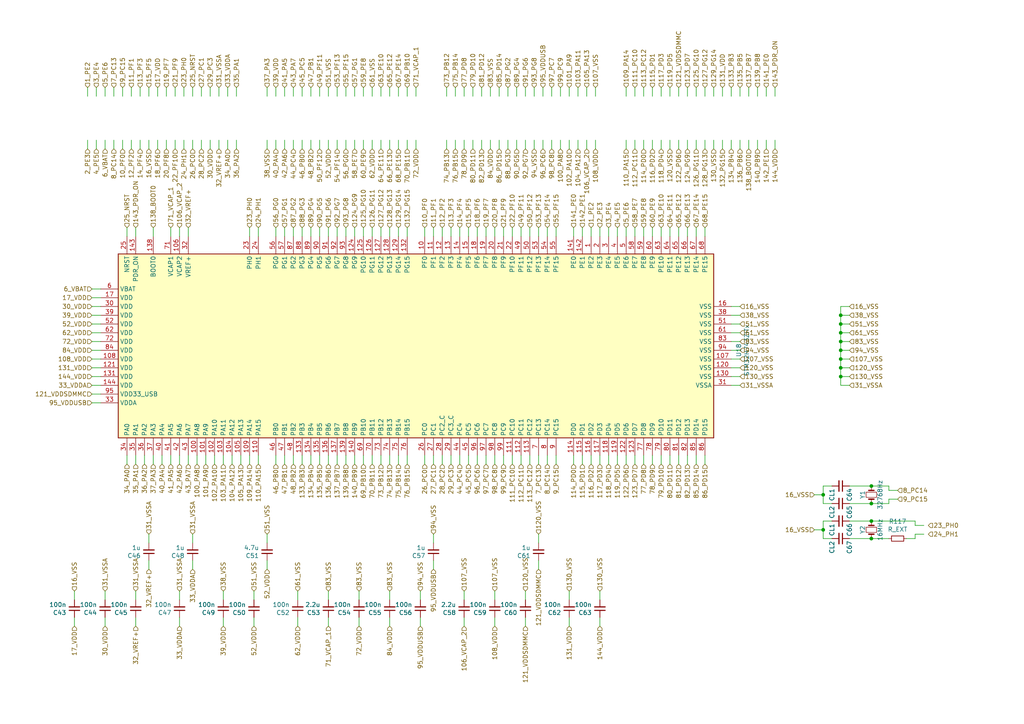
<source format=kicad_sch>
(kicad_sch (version 20210621) (generator eeschema)
  (paper "A4")
  (junction (at 238.76 143.51) (diameter 0.9144))
  (junction (at 238.76 153.67) (diameter 0.9144))
  (junction (at 243.84 91.44) (diameter 0.9144))
  (junction (at 243.84 93.98) (diameter 0.9144))
  (junction (at 243.84 96.52) (diameter 0.9144))
  (junction (at 243.84 99.06) (diameter 0.9144))
  (junction (at 243.84 101.6) (diameter 0.9144))
  (junction (at 243.84 104.14) (diameter 0.9144))
  (junction (at 243.84 106.68) (diameter 0.9144))
  (junction (at 243.84 109.22) (diameter 0.9144))
  (junction (at 252.73 140.97) (diameter 0.9144))
  (junction (at 252.73 146.05) (diameter 0.9144))
  (junction (at 252.73 151.13) (diameter 0.9144))
  (junction (at 252.73 156.21) (diameter 0.9144))
  (wire (pts (xy 21.59 173.99) (xy 21.59 171.45)))
  (wire (pts (xy 21.59 181.61) (xy 21.59 179.07)))
  (wire (pts (xy 25.4 25.4) (xy 25.4 27.94)))
  (wire (pts (xy 25.4 43.18) (xy 25.4 40.64)))
  (wire (pts (xy 26.67 83.82) (xy 29.21 83.82)))
  (wire (pts (xy 26.67 86.36) (xy 29.21 86.36)))
  (wire (pts (xy 26.67 88.9) (xy 29.21 88.9)))
  (wire (pts (xy 26.67 91.44) (xy 29.21 91.44)))
  (wire (pts (xy 26.67 93.98) (xy 29.21 93.98)))
  (wire (pts (xy 26.67 96.52) (xy 29.21 96.52)))
  (wire (pts (xy 26.67 99.06) (xy 29.21 99.06)))
  (wire (pts (xy 26.67 101.6) (xy 29.21 101.6)))
  (wire (pts (xy 26.67 104.14) (xy 29.21 104.14)))
  (wire (pts (xy 26.67 106.68) (xy 29.21 106.68)))
  (wire (pts (xy 26.67 109.22) (xy 29.21 109.22)))
  (wire (pts (xy 26.67 111.76) (xy 29.21 111.76)))
  (wire (pts (xy 26.67 114.3) (xy 29.21 114.3)))
  (wire (pts (xy 26.67 116.84) (xy 29.21 116.84)))
  (wire (pts (xy 27.94 25.4) (xy 27.94 27.94)))
  (wire (pts (xy 27.94 43.18) (xy 27.94 40.64)))
  (wire (pts (xy 30.48 25.4) (xy 30.48 27.94)))
  (wire (pts (xy 30.48 43.18) (xy 30.48 40.64)))
  (wire (pts (xy 30.48 173.99) (xy 30.48 171.45)))
  (wire (pts (xy 30.48 181.61) (xy 30.48 179.07)))
  (wire (pts (xy 33.02 25.4) (xy 33.02 27.94)))
  (wire (pts (xy 33.02 43.18) (xy 33.02 40.64)))
  (wire (pts (xy 35.56 25.4) (xy 35.56 27.94)))
  (wire (pts (xy 35.56 43.18) (xy 35.56 40.64)))
  (wire (pts (xy 36.83 66.04) (xy 36.83 68.58)))
  (wire (pts (xy 36.83 134.62) (xy 36.83 132.08)))
  (wire (pts (xy 38.1 25.4) (xy 38.1 27.94)))
  (wire (pts (xy 38.1 43.18) (xy 38.1 40.64)))
  (wire (pts (xy 39.37 66.04) (xy 39.37 68.58)))
  (wire (pts (xy 39.37 134.62) (xy 39.37 132.08)))
  (wire (pts (xy 39.37 173.99) (xy 39.37 171.45)))
  (wire (pts (xy 39.37 181.61) (xy 39.37 179.07)))
  (wire (pts (xy 40.64 25.4) (xy 40.64 27.94)))
  (wire (pts (xy 40.64 43.18) (xy 40.64 40.64)))
  (wire (pts (xy 41.91 134.62) (xy 41.91 132.08)))
  (wire (pts (xy 43.18 25.4) (xy 43.18 27.94)))
  (wire (pts (xy 43.18 43.18) (xy 43.18 40.64)))
  (wire (pts (xy 43.18 157.48) (xy 43.18 154.94)))
  (wire (pts (xy 43.18 165.1) (xy 43.18 162.56)))
  (wire (pts (xy 44.45 66.04) (xy 44.45 68.58)))
  (wire (pts (xy 44.45 134.62) (xy 44.45 132.08)))
  (wire (pts (xy 45.72 25.4) (xy 45.72 27.94)))
  (wire (pts (xy 45.72 43.18) (xy 45.72 40.64)))
  (wire (pts (xy 46.99 134.62) (xy 46.99 132.08)))
  (wire (pts (xy 48.26 25.4) (xy 48.26 27.94)))
  (wire (pts (xy 48.26 43.18) (xy 48.26 40.64)))
  (wire (pts (xy 49.53 66.04) (xy 49.53 68.58)))
  (wire (pts (xy 49.53 134.62) (xy 49.53 132.08)))
  (wire (pts (xy 50.8 25.4) (xy 50.8 27.94)))
  (wire (pts (xy 50.8 43.18) (xy 50.8 40.64)))
  (wire (pts (xy 52.07 66.04) (xy 52.07 68.58)))
  (wire (pts (xy 52.07 134.62) (xy 52.07 132.08)))
  (wire (pts (xy 52.07 173.99) (xy 52.07 171.45)))
  (wire (pts (xy 52.07 181.61) (xy 52.07 179.07)))
  (wire (pts (xy 53.34 25.4) (xy 53.34 27.94)))
  (wire (pts (xy 53.34 43.18) (xy 53.34 40.64)))
  (wire (pts (xy 54.61 66.04) (xy 54.61 68.58)))
  (wire (pts (xy 54.61 134.62) (xy 54.61 132.08)))
  (wire (pts (xy 55.88 25.4) (xy 55.88 27.94)))
  (wire (pts (xy 55.88 43.18) (xy 55.88 40.64)))
  (wire (pts (xy 55.88 157.48) (xy 55.88 154.94)))
  (wire (pts (xy 55.88 165.1) (xy 55.88 162.56)))
  (wire (pts (xy 57.15 134.62) (xy 57.15 132.08)))
  (wire (pts (xy 58.42 25.4) (xy 58.42 27.94)))
  (wire (pts (xy 58.42 43.18) (xy 58.42 40.64)))
  (wire (pts (xy 59.69 134.62) (xy 59.69 132.08)))
  (wire (pts (xy 60.96 25.4) (xy 60.96 27.94)))
  (wire (pts (xy 60.96 43.18) (xy 60.96 40.64)))
  (wire (pts (xy 62.23 134.62) (xy 62.23 132.08)))
  (wire (pts (xy 63.5 25.4) (xy 63.5 27.94)))
  (wire (pts (xy 63.5 43.18) (xy 63.5 40.64)))
  (wire (pts (xy 64.77 134.62) (xy 64.77 132.08)))
  (wire (pts (xy 64.77 173.99) (xy 64.77 171.45)))
  (wire (pts (xy 64.77 181.61) (xy 64.77 179.07)))
  (wire (pts (xy 66.04 25.4) (xy 66.04 27.94)))
  (wire (pts (xy 66.04 43.18) (xy 66.04 40.64)))
  (wire (pts (xy 67.31 134.62) (xy 67.31 132.08)))
  (wire (pts (xy 68.58 25.4) (xy 68.58 27.94)))
  (wire (pts (xy 68.58 43.18) (xy 68.58 40.64)))
  (wire (pts (xy 69.85 134.62) (xy 69.85 132.08)))
  (wire (pts (xy 72.39 66.04) (xy 72.39 68.58)))
  (wire (pts (xy 72.39 134.62) (xy 72.39 132.08)))
  (wire (pts (xy 73.66 173.99) (xy 73.66 171.45)))
  (wire (pts (xy 73.66 181.61) (xy 73.66 179.07)))
  (wire (pts (xy 74.93 66.04) (xy 74.93 68.58)))
  (wire (pts (xy 74.93 134.62) (xy 74.93 132.08)))
  (wire (pts (xy 77.47 25.4) (xy 77.47 27.94)))
  (wire (pts (xy 77.47 43.18) (xy 77.47 40.64)))
  (wire (pts (xy 77.47 157.48) (xy 77.47 154.94)))
  (wire (pts (xy 77.47 165.1) (xy 77.47 162.56)))
  (wire (pts (xy 80.01 25.4) (xy 80.01 27.94)))
  (wire (pts (xy 80.01 43.18) (xy 80.01 40.64)))
  (wire (pts (xy 80.01 66.04) (xy 80.01 68.58)))
  (wire (pts (xy 80.01 134.62) (xy 80.01 132.08)))
  (wire (pts (xy 82.55 25.4) (xy 82.55 27.94)))
  (wire (pts (xy 82.55 43.18) (xy 82.55 40.64)))
  (wire (pts (xy 82.55 66.04) (xy 82.55 68.58)))
  (wire (pts (xy 82.55 134.62) (xy 82.55 132.08)))
  (wire (pts (xy 85.09 25.4) (xy 85.09 27.94)))
  (wire (pts (xy 85.09 43.18) (xy 85.09 40.64)))
  (wire (pts (xy 85.09 66.04) (xy 85.09 68.58)))
  (wire (pts (xy 85.09 134.62) (xy 85.09 132.08)))
  (wire (pts (xy 86.36 173.99) (xy 86.36 171.45)))
  (wire (pts (xy 86.36 181.61) (xy 86.36 179.07)))
  (wire (pts (xy 87.63 25.4) (xy 87.63 27.94)))
  (wire (pts (xy 87.63 43.18) (xy 87.63 40.64)))
  (wire (pts (xy 87.63 66.04) (xy 87.63 68.58)))
  (wire (pts (xy 87.63 134.62) (xy 87.63 132.08)))
  (wire (pts (xy 90.17 25.4) (xy 90.17 27.94)))
  (wire (pts (xy 90.17 43.18) (xy 90.17 40.64)))
  (wire (pts (xy 90.17 66.04) (xy 90.17 68.58)))
  (wire (pts (xy 90.17 134.62) (xy 90.17 132.08)))
  (wire (pts (xy 92.71 25.4) (xy 92.71 27.94)))
  (wire (pts (xy 92.71 43.18) (xy 92.71 40.64)))
  (wire (pts (xy 92.71 66.04) (xy 92.71 68.58)))
  (wire (pts (xy 92.71 134.62) (xy 92.71 132.08)))
  (wire (pts (xy 95.25 25.4) (xy 95.25 27.94)))
  (wire (pts (xy 95.25 43.18) (xy 95.25 40.64)))
  (wire (pts (xy 95.25 66.04) (xy 95.25 68.58)))
  (wire (pts (xy 95.25 134.62) (xy 95.25 132.08)))
  (wire (pts (xy 95.25 173.99) (xy 95.25 171.45)))
  (wire (pts (xy 95.25 181.61) (xy 95.25 179.07)))
  (wire (pts (xy 97.79 25.4) (xy 97.79 27.94)))
  (wire (pts (xy 97.79 43.18) (xy 97.79 40.64)))
  (wire (pts (xy 97.79 66.04) (xy 97.79 68.58)))
  (wire (pts (xy 97.79 134.62) (xy 97.79 132.08)))
  (wire (pts (xy 100.33 25.4) (xy 100.33 27.94)))
  (wire (pts (xy 100.33 43.18) (xy 100.33 40.64)))
  (wire (pts (xy 100.33 66.04) (xy 100.33 68.58)))
  (wire (pts (xy 100.33 134.62) (xy 100.33 132.08)))
  (wire (pts (xy 102.87 25.4) (xy 102.87 27.94)))
  (wire (pts (xy 102.87 43.18) (xy 102.87 40.64)))
  (wire (pts (xy 102.87 66.04) (xy 102.87 68.58)))
  (wire (pts (xy 102.87 134.62) (xy 102.87 132.08)))
  (wire (pts (xy 104.14 173.99) (xy 104.14 171.45)))
  (wire (pts (xy 104.14 181.61) (xy 104.14 179.07)))
  (wire (pts (xy 105.41 25.4) (xy 105.41 27.94)))
  (wire (pts (xy 105.41 43.18) (xy 105.41 40.64)))
  (wire (pts (xy 105.41 66.04) (xy 105.41 68.58)))
  (wire (pts (xy 105.41 134.62) (xy 105.41 132.08)))
  (wire (pts (xy 107.95 25.4) (xy 107.95 27.94)))
  (wire (pts (xy 107.95 43.18) (xy 107.95 40.64)))
  (wire (pts (xy 107.95 66.04) (xy 107.95 68.58)))
  (wire (pts (xy 107.95 134.62) (xy 107.95 132.08)))
  (wire (pts (xy 110.49 25.4) (xy 110.49 27.94)))
  (wire (pts (xy 110.49 43.18) (xy 110.49 40.64)))
  (wire (pts (xy 110.49 66.04) (xy 110.49 68.58)))
  (wire (pts (xy 110.49 134.62) (xy 110.49 132.08)))
  (wire (pts (xy 113.03 25.4) (xy 113.03 27.94)))
  (wire (pts (xy 113.03 43.18) (xy 113.03 40.64)))
  (wire (pts (xy 113.03 66.04) (xy 113.03 68.58)))
  (wire (pts (xy 113.03 134.62) (xy 113.03 132.08)))
  (wire (pts (xy 113.03 173.99) (xy 113.03 171.45)))
  (wire (pts (xy 113.03 181.61) (xy 113.03 179.07)))
  (wire (pts (xy 115.57 25.4) (xy 115.57 27.94)))
  (wire (pts (xy 115.57 43.18) (xy 115.57 40.64)))
  (wire (pts (xy 115.57 66.04) (xy 115.57 68.58)))
  (wire (pts (xy 115.57 134.62) (xy 115.57 132.08)))
  (wire (pts (xy 118.11 25.4) (xy 118.11 27.94)))
  (wire (pts (xy 118.11 43.18) (xy 118.11 40.64)))
  (wire (pts (xy 118.11 66.04) (xy 118.11 68.58)))
  (wire (pts (xy 118.11 134.62) (xy 118.11 132.08)))
  (wire (pts (xy 120.65 25.4) (xy 120.65 27.94)))
  (wire (pts (xy 120.65 43.18) (xy 120.65 40.64)))
  (wire (pts (xy 121.92 173.99) (xy 121.92 171.45)))
  (wire (pts (xy 121.92 181.61) (xy 121.92 179.07)))
  (wire (pts (xy 123.19 66.04) (xy 123.19 68.58)))
  (wire (pts (xy 123.19 134.62) (xy 123.19 132.08)))
  (wire (pts (xy 125.73 66.04) (xy 125.73 68.58)))
  (wire (pts (xy 125.73 134.62) (xy 125.73 132.08)))
  (wire (pts (xy 125.73 157.48) (xy 125.73 154.94)))
  (wire (pts (xy 125.73 165.1) (xy 125.73 162.56)))
  (wire (pts (xy 128.27 66.04) (xy 128.27 68.58)))
  (wire (pts (xy 128.27 134.62) (xy 128.27 132.08)))
  (wire (pts (xy 129.54 25.4) (xy 129.54 27.94)))
  (wire (pts (xy 129.54 43.18) (xy 129.54 40.64)))
  (wire (pts (xy 130.81 66.04) (xy 130.81 68.58)))
  (wire (pts (xy 130.81 134.62) (xy 130.81 132.08)))
  (wire (pts (xy 132.08 25.4) (xy 132.08 27.94)))
  (wire (pts (xy 132.08 43.18) (xy 132.08 40.64)))
  (wire (pts (xy 133.35 66.04) (xy 133.35 68.58)))
  (wire (pts (xy 133.35 134.62) (xy 133.35 132.08)))
  (wire (pts (xy 134.62 25.4) (xy 134.62 27.94)))
  (wire (pts (xy 134.62 43.18) (xy 134.62 40.64)))
  (wire (pts (xy 134.62 173.99) (xy 134.62 171.45)))
  (wire (pts (xy 134.62 181.61) (xy 134.62 179.07)))
  (wire (pts (xy 135.89 66.04) (xy 135.89 68.58)))
  (wire (pts (xy 135.89 134.62) (xy 135.89 132.08)))
  (wire (pts (xy 137.16 25.4) (xy 137.16 27.94)))
  (wire (pts (xy 137.16 43.18) (xy 137.16 40.64)))
  (wire (pts (xy 138.43 66.04) (xy 138.43 68.58)))
  (wire (pts (xy 138.43 134.62) (xy 138.43 132.08)))
  (wire (pts (xy 139.7 25.4) (xy 139.7 27.94)))
  (wire (pts (xy 139.7 43.18) (xy 139.7 40.64)))
  (wire (pts (xy 140.97 66.04) (xy 140.97 68.58)))
  (wire (pts (xy 140.97 134.62) (xy 140.97 132.08)))
  (wire (pts (xy 142.24 25.4) (xy 142.24 27.94)))
  (wire (pts (xy 142.24 43.18) (xy 142.24 40.64)))
  (wire (pts (xy 143.51 66.04) (xy 143.51 68.58)))
  (wire (pts (xy 143.51 134.62) (xy 143.51 132.08)))
  (wire (pts (xy 143.51 173.99) (xy 143.51 171.45)))
  (wire (pts (xy 143.51 181.61) (xy 143.51 179.07)))
  (wire (pts (xy 144.78 25.4) (xy 144.78 27.94)))
  (wire (pts (xy 144.78 43.18) (xy 144.78 40.64)))
  (wire (pts (xy 146.05 66.04) (xy 146.05 68.58)))
  (wire (pts (xy 146.05 134.62) (xy 146.05 132.08)))
  (wire (pts (xy 147.32 25.4) (xy 147.32 27.94)))
  (wire (pts (xy 147.32 43.18) (xy 147.32 40.64)))
  (wire (pts (xy 148.59 66.04) (xy 148.59 68.58)))
  (wire (pts (xy 148.59 134.62) (xy 148.59 132.08)))
  (wire (pts (xy 149.86 25.4) (xy 149.86 27.94)))
  (wire (pts (xy 149.86 43.18) (xy 149.86 40.64)))
  (wire (pts (xy 151.13 66.04) (xy 151.13 68.58)))
  (wire (pts (xy 151.13 134.62) (xy 151.13 132.08)))
  (wire (pts (xy 152.4 25.4) (xy 152.4 27.94)))
  (wire (pts (xy 152.4 43.18) (xy 152.4 40.64)))
  (wire (pts (xy 152.4 173.99) (xy 152.4 171.45)))
  (wire (pts (xy 152.4 181.61) (xy 152.4 179.07)))
  (wire (pts (xy 153.67 66.04) (xy 153.67 68.58)))
  (wire (pts (xy 153.67 134.62) (xy 153.67 132.08)))
  (wire (pts (xy 154.94 25.4) (xy 154.94 27.94)))
  (wire (pts (xy 154.94 40.64) (xy 154.94 43.18)))
  (wire (pts (xy 156.21 66.04) (xy 156.21 68.58)))
  (wire (pts (xy 156.21 134.62) (xy 156.21 132.08)))
  (wire (pts (xy 156.21 157.48) (xy 156.21 154.94)))
  (wire (pts (xy 156.21 165.1) (xy 156.21 162.56)))
  (wire (pts (xy 157.48 25.4) (xy 157.48 27.94)))
  (wire (pts (xy 157.48 43.18) (xy 157.48 40.64)))
  (wire (pts (xy 158.75 66.04) (xy 158.75 68.58)))
  (wire (pts (xy 158.75 134.62) (xy 158.75 132.08)))
  (wire (pts (xy 160.02 25.4) (xy 160.02 27.94)))
  (wire (pts (xy 160.02 43.18) (xy 160.02 40.64)))
  (wire (pts (xy 161.29 66.04) (xy 161.29 68.58)))
  (wire (pts (xy 161.29 134.62) (xy 161.29 132.08)))
  (wire (pts (xy 162.56 25.4) (xy 162.56 27.94)))
  (wire (pts (xy 162.56 43.18) (xy 162.56 40.64)))
  (wire (pts (xy 165.1 25.4) (xy 165.1 27.94)))
  (wire (pts (xy 165.1 43.18) (xy 165.1 40.64)))
  (wire (pts (xy 165.1 173.99) (xy 165.1 171.45)))
  (wire (pts (xy 165.1 181.61) (xy 165.1 179.07)))
  (wire (pts (xy 166.37 66.04) (xy 166.37 68.58)))
  (wire (pts (xy 166.37 134.62) (xy 166.37 132.08)))
  (wire (pts (xy 167.64 25.4) (xy 167.64 27.94)))
  (wire (pts (xy 167.64 43.18) (xy 167.64 40.64)))
  (wire (pts (xy 168.91 66.04) (xy 168.91 68.58)))
  (wire (pts (xy 168.91 134.62) (xy 168.91 132.08)))
  (wire (pts (xy 170.18 25.4) (xy 170.18 27.94)))
  (wire (pts (xy 170.18 43.18) (xy 170.18 40.64)))
  (wire (pts (xy 171.45 66.04) (xy 171.45 68.58)))
  (wire (pts (xy 171.45 134.62) (xy 171.45 132.08)))
  (wire (pts (xy 172.72 25.4) (xy 172.72 27.94)))
  (wire (pts (xy 172.72 43.18) (xy 172.72 40.64)))
  (wire (pts (xy 173.99 66.04) (xy 173.99 68.58)))
  (wire (pts (xy 173.99 134.62) (xy 173.99 132.08)))
  (wire (pts (xy 173.99 173.99) (xy 173.99 171.45)))
  (wire (pts (xy 173.99 181.61) (xy 173.99 179.07)))
  (wire (pts (xy 176.53 66.04) (xy 176.53 68.58)))
  (wire (pts (xy 176.53 134.62) (xy 176.53 132.08)))
  (wire (pts (xy 179.07 66.04) (xy 179.07 68.58)))
  (wire (pts (xy 179.07 134.62) (xy 179.07 132.08)))
  (wire (pts (xy 181.61 25.4) (xy 181.61 27.94)))
  (wire (pts (xy 181.61 43.18) (xy 181.61 40.64)))
  (wire (pts (xy 181.61 66.04) (xy 181.61 68.58)))
  (wire (pts (xy 181.61 134.62) (xy 181.61 132.08)))
  (wire (pts (xy 184.15 25.4) (xy 184.15 27.94)))
  (wire (pts (xy 184.15 43.18) (xy 184.15 40.64)))
  (wire (pts (xy 184.15 66.04) (xy 184.15 68.58)))
  (wire (pts (xy 184.15 134.62) (xy 184.15 132.08)))
  (wire (pts (xy 186.69 25.4) (xy 186.69 27.94)))
  (wire (pts (xy 186.69 43.18) (xy 186.69 40.64)))
  (wire (pts (xy 186.69 66.04) (xy 186.69 68.58)))
  (wire (pts (xy 186.69 134.62) (xy 186.69 132.08)))
  (wire (pts (xy 189.23 25.4) (xy 189.23 27.94)))
  (wire (pts (xy 189.23 43.18) (xy 189.23 40.64)))
  (wire (pts (xy 189.23 66.04) (xy 189.23 68.58)))
  (wire (pts (xy 189.23 134.62) (xy 189.23 132.08)))
  (wire (pts (xy 191.77 25.4) (xy 191.77 27.94)))
  (wire (pts (xy 191.77 43.18) (xy 191.77 40.64)))
  (wire (pts (xy 191.77 66.04) (xy 191.77 68.58)))
  (wire (pts (xy 191.77 134.62) (xy 191.77 132.08)))
  (wire (pts (xy 194.31 25.4) (xy 194.31 27.94)))
  (wire (pts (xy 194.31 40.64) (xy 194.31 43.18)))
  (wire (pts (xy 194.31 66.04) (xy 194.31 68.58)))
  (wire (pts (xy 194.31 134.62) (xy 194.31 132.08)))
  (wire (pts (xy 196.85 25.4) (xy 196.85 27.94)))
  (wire (pts (xy 196.85 43.18) (xy 196.85 40.64)))
  (wire (pts (xy 196.85 66.04) (xy 196.85 68.58)))
  (wire (pts (xy 196.85 134.62) (xy 196.85 132.08)))
  (wire (pts (xy 199.39 25.4) (xy 199.39 27.94)))
  (wire (pts (xy 199.39 43.18) (xy 199.39 40.64)))
  (wire (pts (xy 199.39 66.04) (xy 199.39 68.58)))
  (wire (pts (xy 199.39 134.62) (xy 199.39 132.08)))
  (wire (pts (xy 201.93 25.4) (xy 201.93 27.94)))
  (wire (pts (xy 201.93 43.18) (xy 201.93 40.64)))
  (wire (pts (xy 201.93 66.04) (xy 201.93 68.58)))
  (wire (pts (xy 201.93 134.62) (xy 201.93 132.08)))
  (wire (pts (xy 204.47 25.4) (xy 204.47 27.94)))
  (wire (pts (xy 204.47 43.18) (xy 204.47 40.64)))
  (wire (pts (xy 204.47 66.04) (xy 204.47 68.58)))
  (wire (pts (xy 204.47 134.62) (xy 204.47 132.08)))
  (wire (pts (xy 207.01 25.4) (xy 207.01 27.94)))
  (wire (pts (xy 207.01 40.64) (xy 207.01 43.18)))
  (wire (pts (xy 209.55 25.4) (xy 209.55 27.94)))
  (wire (pts (xy 209.55 43.18) (xy 209.55 40.64)))
  (wire (pts (xy 212.09 25.4) (xy 212.09 27.94)))
  (wire (pts (xy 212.09 43.18) (xy 212.09 40.64)))
  (wire (pts (xy 212.09 88.9) (xy 214.63 88.9)))
  (wire (pts (xy 212.09 91.44) (xy 214.63 91.44)))
  (wire (pts (xy 212.09 93.98) (xy 214.63 93.98)))
  (wire (pts (xy 212.09 96.52) (xy 214.63 96.52)))
  (wire (pts (xy 212.09 99.06) (xy 214.63 99.06)))
  (wire (pts (xy 212.09 101.6) (xy 214.63 101.6)))
  (wire (pts (xy 212.09 104.14) (xy 214.63 104.14)))
  (wire (pts (xy 212.09 106.68) (xy 214.63 106.68)))
  (wire (pts (xy 212.09 109.22) (xy 214.63 109.22)))
  (wire (pts (xy 212.09 111.76) (xy 214.63 111.76)))
  (wire (pts (xy 214.63 25.4) (xy 214.63 27.94)))
  (wire (pts (xy 214.63 43.18) (xy 214.63 40.64)))
  (wire (pts (xy 217.17 25.4) (xy 217.17 27.94)))
  (wire (pts (xy 217.17 43.18) (xy 217.17 40.64)))
  (wire (pts (xy 219.71 25.4) (xy 219.71 27.94)))
  (wire (pts (xy 219.71 43.18) (xy 219.71 40.64)))
  (wire (pts (xy 222.25 25.4) (xy 222.25 27.94)))
  (wire (pts (xy 222.25 43.18) (xy 222.25 40.64)))
  (wire (pts (xy 224.79 25.4) (xy 224.79 27.94)))
  (wire (pts (xy 224.79 43.18) (xy 224.79 40.64)))
  (wire (pts (xy 238.76 140.97) (xy 238.76 143.51)))
  (wire (pts (xy 238.76 143.51) (xy 236.22 143.51)))
  (wire (pts (xy 238.76 143.51) (xy 238.76 146.05)))
  (wire (pts (xy 238.76 146.05) (xy 241.3 146.05)))
  (wire (pts (xy 238.76 151.13) (xy 241.3 151.13)))
  (wire (pts (xy 238.76 153.67) (xy 236.22 153.67)))
  (wire (pts (xy 238.76 153.67) (xy 238.76 151.13)))
  (wire (pts (xy 238.76 156.21) (xy 238.76 153.67)))
  (wire (pts (xy 241.3 140.97) (xy 238.76 140.97)))
  (wire (pts (xy 241.3 156.21) (xy 238.76 156.21)))
  (wire (pts (xy 243.84 88.9) (xy 243.84 91.44)))
  (wire (pts (xy 243.84 88.9) (xy 246.38 88.9)))
  (wire (pts (xy 243.84 91.44) (xy 243.84 93.98)))
  (wire (pts (xy 243.84 91.44) (xy 246.38 91.44)))
  (wire (pts (xy 243.84 93.98) (xy 243.84 96.52)))
  (wire (pts (xy 243.84 93.98) (xy 246.38 93.98)))
  (wire (pts (xy 243.84 96.52) (xy 243.84 99.06)))
  (wire (pts (xy 243.84 96.52) (xy 246.38 96.52)))
  (wire (pts (xy 243.84 99.06) (xy 243.84 101.6)))
  (wire (pts (xy 243.84 99.06) (xy 246.38 99.06)))
  (wire (pts (xy 243.84 101.6) (xy 243.84 104.14)))
  (wire (pts (xy 243.84 101.6) (xy 246.38 101.6)))
  (wire (pts (xy 243.84 104.14) (xy 243.84 106.68)))
  (wire (pts (xy 243.84 104.14) (xy 246.38 104.14)))
  (wire (pts (xy 243.84 106.68) (xy 243.84 109.22)))
  (wire (pts (xy 243.84 106.68) (xy 246.38 106.68)))
  (wire (pts (xy 243.84 109.22) (xy 243.84 111.76)))
  (wire (pts (xy 243.84 109.22) (xy 246.38 109.22)))
  (wire (pts (xy 243.84 111.76) (xy 246.38 111.76)))
  (wire (pts (xy 246.38 140.97) (xy 252.73 140.97)))
  (wire (pts (xy 246.38 146.05) (xy 252.73 146.05)))
  (wire (pts (xy 246.38 151.13) (xy 252.73 151.13)))
  (wire (pts (xy 246.38 156.21) (xy 252.73 156.21)))
  (wire (pts (xy 252.73 140.97) (xy 257.81 140.97)))
  (wire (pts (xy 252.73 146.05) (xy 257.81 146.05)))
  (wire (pts (xy 252.73 151.13) (xy 265.43 151.13)))
  (wire (pts (xy 252.73 156.21) (xy 257.81 156.21)))
  (wire (pts (xy 257.81 142.24) (xy 257.81 140.97)))
  (wire (pts (xy 257.81 146.05) (xy 257.81 144.78)))
  (wire (pts (xy 260.35 142.24) (xy 257.81 142.24)))
  (wire (pts (xy 260.35 144.78) (xy 257.81 144.78)))
  (wire (pts (xy 265.43 151.13) (xy 265.43 152.4)))
  (wire (pts (xy 265.43 154.94) (xy 265.43 156.21)))
  (wire (pts (xy 265.43 156.21) (xy 262.89 156.21)))
  (wire (pts (xy 267.97 152.4) (xy 265.43 152.4)))
  (wire (pts (xy 267.97 154.94) (xy 265.43 154.94)))
  (hierarchical_label "16_VSS" (shape input) (at 21.59 171.45 90))
  (hierarchical_label "17_VDD" (shape input) (at 21.59 181.61 270))
  (hierarchical_label "1_PE2" (shape input) (at 25.4 25.4 90))
  (hierarchical_label "2_PE3" (shape input) (at 25.4 43.18 270))
  (hierarchical_label "6_VBAT" (shape input) (at 26.67 83.82 180))
  (hierarchical_label "17_VDD" (shape input) (at 26.67 86.36 180))
  (hierarchical_label "30_VDD" (shape input) (at 26.67 88.9 180))
  (hierarchical_label "39_VDD" (shape input) (at 26.67 91.44 180))
  (hierarchical_label "52_VDD" (shape input) (at 26.67 93.98 180))
  (hierarchical_label "62_VDD" (shape input) (at 26.67 96.52 180))
  (hierarchical_label "72_VDD" (shape input) (at 26.67 99.06 180))
  (hierarchical_label "84_VDD" (shape input) (at 26.67 101.6 180))
  (hierarchical_label "108_VDD" (shape input) (at 26.67 104.14 180))
  (hierarchical_label "131_VDD" (shape input) (at 26.67 106.68 180))
  (hierarchical_label "144_VDD" (shape input) (at 26.67 109.22 180))
  (hierarchical_label "33_VDDA" (shape input) (at 26.67 111.76 180))
  (hierarchical_label "121_VDDSDMMC" (shape input) (at 26.67 114.3 180))
  (hierarchical_label "95_VDDUSB" (shape input) (at 26.67 116.84 180))
  (hierarchical_label "3_PE4" (shape input) (at 27.94 25.4 90))
  (hierarchical_label "4_PE5" (shape input) (at 27.94 43.18 270))
  (hierarchical_label "5_PE6" (shape input) (at 30.48 25.4 90))
  (hierarchical_label "6_VBAT" (shape input) (at 30.48 43.18 270))
  (hierarchical_label "31_VSSA" (shape input) (at 30.48 171.45 90))
  (hierarchical_label "30_VDD" (shape input) (at 30.48 181.61 270))
  (hierarchical_label "7_PC13" (shape input) (at 33.02 25.4 90))
  (hierarchical_label "8_PC14" (shape input) (at 33.02 43.18 270))
  (hierarchical_label "9_PC15" (shape input) (at 35.56 25.4 90))
  (hierarchical_label "10_PF0" (shape input) (at 35.56 43.18 270))
  (hierarchical_label "25_NRST" (shape input) (at 36.83 66.04 90))
  (hierarchical_label "34_PA0" (shape input) (at 36.83 134.62 270))
  (hierarchical_label "11_PF1" (shape input) (at 38.1 25.4 90))
  (hierarchical_label "12_PF2" (shape input) (at 38.1 43.18 270))
  (hierarchical_label "143_PDR_ON" (shape input) (at 39.37 66.04 90))
  (hierarchical_label "35_PA1" (shape input) (at 39.37 134.62 270))
  (hierarchical_label "31_VSSA" (shape input) (at 39.37 171.45 90))
  (hierarchical_label "32_VREF+" (shape input) (at 39.37 181.61 270))
  (hierarchical_label "13_PF3" (shape input) (at 40.64 25.4 90))
  (hierarchical_label "14_PF4" (shape input) (at 40.64 43.18 270))
  (hierarchical_label "36_PA2" (shape input) (at 41.91 134.62 270))
  (hierarchical_label "15_PF5" (shape input) (at 43.18 25.4 90))
  (hierarchical_label "16_VSS" (shape input) (at 43.18 43.18 270))
  (hierarchical_label "31_VSSA" (shape input) (at 43.18 154.94 90))
  (hierarchical_label "32_VREF+" (shape input) (at 43.18 165.1 270))
  (hierarchical_label "138_BOOT0" (shape input) (at 44.45 66.04 90))
  (hierarchical_label "37_PA3" (shape input) (at 44.45 134.62 270))
  (hierarchical_label "17_VDD" (shape input) (at 45.72 25.4 90))
  (hierarchical_label "18_PF6" (shape input) (at 45.72 43.18 270))
  (hierarchical_label "40_PA4" (shape input) (at 46.99 134.62 270))
  (hierarchical_label "19_PF7" (shape input) (at 48.26 25.4 90))
  (hierarchical_label "20_PF8" (shape input) (at 48.26 43.18 270))
  (hierarchical_label "71_VCAP_1" (shape input) (at 49.53 66.04 90))
  (hierarchical_label "41_PA5" (shape input) (at 49.53 134.62 270))
  (hierarchical_label "21_PF9" (shape input) (at 50.8 25.4 90))
  (hierarchical_label "22_PF10" (shape input) (at 50.8 43.18 270))
  (hierarchical_label "106_VCAP_2" (shape input) (at 52.07 66.04 90))
  (hierarchical_label "42_PA6" (shape input) (at 52.07 134.62 270))
  (hierarchical_label "31_VSSA" (shape input) (at 52.07 171.45 90))
  (hierarchical_label "33_VDDA" (shape input) (at 52.07 181.61 270))
  (hierarchical_label "23_PH0" (shape input) (at 53.34 25.4 90))
  (hierarchical_label "24_PH1" (shape input) (at 53.34 43.18 270))
  (hierarchical_label "32_VREF+" (shape input) (at 54.61 66.04 90))
  (hierarchical_label "43_PA7" (shape input) (at 54.61 134.62 270))
  (hierarchical_label "25_NRST" (shape input) (at 55.88 25.4 90))
  (hierarchical_label "26_PC0" (shape input) (at 55.88 43.18 270))
  (hierarchical_label "31_VSSA" (shape input) (at 55.88 154.94 90))
  (hierarchical_label "33_VDDA" (shape input) (at 55.88 165.1 270))
  (hierarchical_label "100_PA8" (shape input) (at 57.15 134.62 270))
  (hierarchical_label "27_PC1" (shape input) (at 58.42 25.4 90))
  (hierarchical_label "28_PC2" (shape input) (at 58.42 43.18 270))
  (hierarchical_label "101_PA9" (shape input) (at 59.69 134.62 270))
  (hierarchical_label "29_PC3" (shape input) (at 60.96 25.4 90))
  (hierarchical_label "30_VDD" (shape input) (at 60.96 43.18 270))
  (hierarchical_label "102_PA10" (shape input) (at 62.23 134.62 270))
  (hierarchical_label "31_VSSA" (shape input) (at 63.5 25.4 90))
  (hierarchical_label "32_VREF+" (shape input) (at 63.5 43.18 270))
  (hierarchical_label "103_PA11" (shape input) (at 64.77 134.62 270))
  (hierarchical_label "38_VSS" (shape input) (at 64.77 171.45 90))
  (hierarchical_label "39_VDD" (shape input) (at 64.77 181.61 270))
  (hierarchical_label "33_VDDA" (shape input) (at 66.04 25.4 90))
  (hierarchical_label "34_PA0" (shape input) (at 66.04 43.18 270))
  (hierarchical_label "104_PA12" (shape input) (at 67.31 134.62 270))
  (hierarchical_label "35_PA1" (shape input) (at 68.58 25.4 90))
  (hierarchical_label "36_PA2" (shape input) (at 68.58 43.18 270))
  (hierarchical_label "105_PA13" (shape input) (at 69.85 134.62 270))
  (hierarchical_label "23_PH0" (shape input) (at 72.39 66.04 90))
  (hierarchical_label "109_PA14" (shape input) (at 72.39 134.62 270))
  (hierarchical_label "51_VSS" (shape input) (at 73.66 171.45 90))
  (hierarchical_label "52_VDD" (shape input) (at 73.66 181.61 270))
  (hierarchical_label "24_PH1" (shape input) (at 74.93 66.04 90))
  (hierarchical_label "110_PA15" (shape input) (at 74.93 134.62 270))
  (hierarchical_label "37_PA3" (shape input) (at 77.47 25.4 90))
  (hierarchical_label "38_VSS" (shape input) (at 77.47 43.18 270))
  (hierarchical_label "51_VSS" (shape input) (at 77.47 154.94 90))
  (hierarchical_label "52_VDD" (shape input) (at 77.47 165.1 270))
  (hierarchical_label "39_VDD" (shape input) (at 80.01 25.4 90))
  (hierarchical_label "40_PA4" (shape input) (at 80.01 43.18 270))
  (hierarchical_label "56_PG0" (shape input) (at 80.01 66.04 90))
  (hierarchical_label "46_PB0" (shape input) (at 80.01 134.62 270))
  (hierarchical_label "41_PA5" (shape input) (at 82.55 25.4 90))
  (hierarchical_label "42_PA6" (shape input) (at 82.55 43.18 270))
  (hierarchical_label "57_PG1" (shape input) (at 82.55 66.04 90))
  (hierarchical_label "47_PB1" (shape input) (at 82.55 134.62 270))
  (hierarchical_label "43_PA7" (shape input) (at 85.09 25.4 90))
  (hierarchical_label "44_PC4" (shape input) (at 85.09 43.18 270))
  (hierarchical_label "87_PG2" (shape input) (at 85.09 66.04 90))
  (hierarchical_label "48_PB2" (shape input) (at 85.09 134.62 270))
  (hierarchical_label "61_VSS" (shape input) (at 86.36 171.45 90))
  (hierarchical_label "62_VDD" (shape input) (at 86.36 181.61 270))
  (hierarchical_label "45_PC5" (shape input) (at 87.63 25.4 90))
  (hierarchical_label "46_PB0" (shape input) (at 87.63 43.18 270))
  (hierarchical_label "88_PG3" (shape input) (at 87.63 66.04 90))
  (hierarchical_label "133_PB3" (shape input) (at 87.63 134.62 270))
  (hierarchical_label "47_PB1" (shape input) (at 90.17 25.4 90))
  (hierarchical_label "48_PB2" (shape input) (at 90.17 43.18 270))
  (hierarchical_label "89_PG4" (shape input) (at 90.17 66.04 90))
  (hierarchical_label "134_PB4" (shape input) (at 90.17 134.62 270))
  (hierarchical_label "49_PF11" (shape input) (at 92.71 25.4 90))
  (hierarchical_label "50_PF12" (shape input) (at 92.71 43.18 270))
  (hierarchical_label "90_PG5" (shape input) (at 92.71 66.04 90))
  (hierarchical_label "135_PB5" (shape input) (at 92.71 134.62 270))
  (hierarchical_label "51_VSS" (shape input) (at 95.25 25.4 90))
  (hierarchical_label "52_VDD" (shape input) (at 95.25 43.18 270))
  (hierarchical_label "91_PG6" (shape input) (at 95.25 66.04 90))
  (hierarchical_label "136_PB6" (shape input) (at 95.25 134.62 270))
  (hierarchical_label "83_VSS" (shape input) (at 95.25 171.45 90))
  (hierarchical_label "71_VCAP_1" (shape input) (at 95.25 181.61 270))
  (hierarchical_label "53_PF13" (shape input) (at 97.79 25.4 90))
  (hierarchical_label "54_PF14" (shape input) (at 97.79 43.18 270))
  (hierarchical_label "92_PG7" (shape input) (at 97.79 66.04 90))
  (hierarchical_label "137_PB7" (shape input) (at 97.79 134.62 270))
  (hierarchical_label "55_PF15" (shape input) (at 100.33 25.4 90))
  (hierarchical_label "56_PG0" (shape input) (at 100.33 43.18 270))
  (hierarchical_label "93_PG8" (shape input) (at 100.33 66.04 90))
  (hierarchical_label "139_PB8" (shape input) (at 100.33 134.62 270))
  (hierarchical_label "57_PG1" (shape input) (at 102.87 25.4 90))
  (hierarchical_label "58_PE7" (shape input) (at 102.87 43.18 270))
  (hierarchical_label "124_PG9" (shape input) (at 102.87 66.04 90))
  (hierarchical_label "140_PB9" (shape input) (at 102.87 134.62 270))
  (hierarchical_label "83_VSS" (shape input) (at 104.14 171.45 90))
  (hierarchical_label "72_VDD" (shape input) (at 104.14 181.61 270))
  (hierarchical_label "59_PE8" (shape input) (at 105.41 25.4 90))
  (hierarchical_label "60_PE9" (shape input) (at 105.41 43.18 270))
  (hierarchical_label "125_PG10" (shape input) (at 105.41 66.04 90))
  (hierarchical_label "69_PB10" (shape input) (at 105.41 134.62 270))
  (hierarchical_label "61_VSS" (shape input) (at 107.95 25.4 90))
  (hierarchical_label "62_VDD" (shape input) (at 107.95 43.18 270))
  (hierarchical_label "126_PG11" (shape input) (at 107.95 66.04 90))
  (hierarchical_label "70_PB11" (shape input) (at 107.95 134.62 270))
  (hierarchical_label "63_PE10" (shape input) (at 110.49 25.4 90))
  (hierarchical_label "64_PE11" (shape input) (at 110.49 43.18 270))
  (hierarchical_label "127_PG12" (shape input) (at 110.49 66.04 90))
  (hierarchical_label "73_PB12" (shape input) (at 110.49 134.62 270))
  (hierarchical_label "65_PE12" (shape input) (at 113.03 25.4 90))
  (hierarchical_label "66_PE13" (shape input) (at 113.03 43.18 270))
  (hierarchical_label "128_PG13" (shape input) (at 113.03 66.04 90))
  (hierarchical_label "74_PB13" (shape input) (at 113.03 134.62 270))
  (hierarchical_label "83_VSS" (shape input) (at 113.03 171.45 90))
  (hierarchical_label "84_VDD" (shape input) (at 113.03 181.61 270))
  (hierarchical_label "67_PE14" (shape input) (at 115.57 25.4 90))
  (hierarchical_label "68_PE15" (shape input) (at 115.57 43.18 270))
  (hierarchical_label "129_PG14" (shape input) (at 115.57 66.04 90))
  (hierarchical_label "75_PB14" (shape input) (at 115.57 134.62 270))
  (hierarchical_label "69_PB10" (shape input) (at 118.11 25.4 90))
  (hierarchical_label "70_PB11" (shape input) (at 118.11 43.18 270))
  (hierarchical_label "132_PG15" (shape input) (at 118.11 66.04 90))
  (hierarchical_label "76_PB15" (shape input) (at 118.11 134.62 270))
  (hierarchical_label "71_VCAP_1" (shape input) (at 120.65 25.4 90))
  (hierarchical_label "72_VDD" (shape input) (at 120.65 43.18 270))
  (hierarchical_label "94_VSS" (shape input) (at 121.92 171.45 90))
  (hierarchical_label "95_VDDUSB" (shape input) (at 121.92 181.61 270))
  (hierarchical_label "10_PF0" (shape input) (at 123.19 66.04 90))
  (hierarchical_label "26_PC0" (shape input) (at 123.19 134.62 270))
  (hierarchical_label "11_PF1" (shape input) (at 125.73 66.04 90))
  (hierarchical_label "27_PC1" (shape input) (at 125.73 134.62 270))
  (hierarchical_label "94_VSS" (shape input) (at 125.73 154.94 90))
  (hierarchical_label "95_VDDUSB" (shape input) (at 125.73 165.1 270))
  (hierarchical_label "12_PF2" (shape input) (at 128.27 66.04 90))
  (hierarchical_label "28_PC2" (shape input) (at 128.27 134.62 270))
  (hierarchical_label "73_PB12" (shape input) (at 129.54 25.4 90))
  (hierarchical_label "74_PB13" (shape input) (at 129.54 43.18 270))
  (hierarchical_label "13_PF3" (shape input) (at 130.81 66.04 90))
  (hierarchical_label "29_PC3" (shape input) (at 130.81 134.62 270))
  (hierarchical_label "75_PB14" (shape input) (at 132.08 25.4 90))
  (hierarchical_label "76_PB15" (shape input) (at 132.08 43.18 270))
  (hierarchical_label "14_PF4" (shape input) (at 133.35 66.04 90))
  (hierarchical_label "44_PC4" (shape input) (at 133.35 134.62 270))
  (hierarchical_label "77_PD8" (shape input) (at 134.62 25.4 90))
  (hierarchical_label "78_PD9" (shape input) (at 134.62 43.18 270))
  (hierarchical_label "107_VSS" (shape input) (at 134.62 171.45 90))
  (hierarchical_label "106_VCAP_2" (shape input) (at 134.62 181.61 270))
  (hierarchical_label "15_PF5" (shape input) (at 135.89 66.04 90))
  (hierarchical_label "45_PC5" (shape input) (at 135.89 134.62 270))
  (hierarchical_label "79_PD10" (shape input) (at 137.16 25.4 90))
  (hierarchical_label "80_PD11" (shape input) (at 137.16 43.18 270))
  (hierarchical_label "18_PF6" (shape input) (at 138.43 66.04 90))
  (hierarchical_label "96_PC6" (shape input) (at 138.43 134.62 270))
  (hierarchical_label "81_PD12" (shape input) (at 139.7 25.4 90))
  (hierarchical_label "82_PD13" (shape input) (at 139.7 43.18 270))
  (hierarchical_label "19_PF7" (shape input) (at 140.97 66.04 90))
  (hierarchical_label "97_PC7" (shape input) (at 140.97 134.62 270))
  (hierarchical_label "83_VSS" (shape input) (at 142.24 25.4 90))
  (hierarchical_label "84_VDD" (shape input) (at 142.24 43.18 270))
  (hierarchical_label "20_PF8" (shape input) (at 143.51 66.04 90))
  (hierarchical_label "98_PC8" (shape input) (at 143.51 134.62 270))
  (hierarchical_label "107_VSS" (shape input) (at 143.51 171.45 90))
  (hierarchical_label "108_VDD" (shape input) (at 143.51 181.61 270))
  (hierarchical_label "85_PD14" (shape input) (at 144.78 25.4 90))
  (hierarchical_label "86_PD15" (shape input) (at 144.78 43.18 270))
  (hierarchical_label "21_PF9" (shape input) (at 146.05 66.04 90))
  (hierarchical_label "99_PC9" (shape input) (at 146.05 134.62 270))
  (hierarchical_label "87_PG2" (shape input) (at 147.32 25.4 90))
  (hierarchical_label "88_PG3" (shape input) (at 147.32 43.18 270))
  (hierarchical_label "22_PF10" (shape input) (at 148.59 66.04 90))
  (hierarchical_label "111_PC10" (shape input) (at 148.59 134.62 270))
  (hierarchical_label "89_PG4" (shape input) (at 149.86 25.4 90))
  (hierarchical_label "90_PG5" (shape input) (at 149.86 43.18 270))
  (hierarchical_label "49_PF11" (shape input) (at 151.13 66.04 90))
  (hierarchical_label "112_PC11" (shape input) (at 151.13 134.62 270))
  (hierarchical_label "91_PG6" (shape input) (at 152.4 25.4 90))
  (hierarchical_label "92_PG7" (shape input) (at 152.4 43.18 270))
  (hierarchical_label "120_VSS" (shape input) (at 152.4 171.45 90))
  (hierarchical_label "121_VDDSDMMC" (shape input) (at 152.4 181.61 270))
  (hierarchical_label "50_PF12" (shape input) (at 153.67 66.04 90))
  (hierarchical_label "113_PC12" (shape input) (at 153.67 134.62 270))
  (hierarchical_label "93_PG8" (shape input) (at 154.94 25.4 90))
  (hierarchical_label "94_VSS" (shape input) (at 154.94 43.18 270))
  (hierarchical_label "53_PF13" (shape input) (at 156.21 66.04 90))
  (hierarchical_label "7_PC13" (shape input) (at 156.21 134.62 270))
  (hierarchical_label "120_VSS" (shape input) (at 156.21 154.94 90))
  (hierarchical_label "121_VDDSDMMC" (shape input) (at 156.21 165.1 270))
  (hierarchical_label "95_VDDUSB" (shape input) (at 157.48 25.4 90))
  (hierarchical_label "96_PC6" (shape input) (at 157.48 43.18 270))
  (hierarchical_label "54_PF14" (shape input) (at 158.75 66.04 90))
  (hierarchical_label "8_PC14" (shape input) (at 158.75 134.62 270))
  (hierarchical_label "97_PC7" (shape input) (at 160.02 25.4 90))
  (hierarchical_label "98_PC8" (shape input) (at 160.02 43.18 270))
  (hierarchical_label "55_PF15" (shape input) (at 161.29 66.04 90))
  (hierarchical_label "9_PC15" (shape input) (at 161.29 134.62 270))
  (hierarchical_label "99_PC9" (shape input) (at 162.56 25.4 90))
  (hierarchical_label "100_PA8" (shape input) (at 162.56 43.18 270))
  (hierarchical_label "101_PA9" (shape input) (at 165.1 25.4 90))
  (hierarchical_label "102_PA10" (shape input) (at 165.1 43.18 270))
  (hierarchical_label "130_VSS" (shape input) (at 165.1 171.45 90))
  (hierarchical_label "131_VDD" (shape input) (at 165.1 181.61 270))
  (hierarchical_label "141_PE0" (shape input) (at 166.37 66.04 90))
  (hierarchical_label "114_PD0" (shape input) (at 166.37 134.62 270))
  (hierarchical_label "103_PA11" (shape input) (at 167.64 25.4 90))
  (hierarchical_label "104_PA12" (shape input) (at 167.64 43.18 270))
  (hierarchical_label "142_PE1" (shape input) (at 168.91 66.04 90))
  (hierarchical_label "115_PD1" (shape input) (at 168.91 134.62 270))
  (hierarchical_label "105_PA13" (shape input) (at 170.18 25.4 90))
  (hierarchical_label "106_VCAP_2" (shape input) (at 170.18 43.18 270))
  (hierarchical_label "1_PE2" (shape input) (at 171.45 66.04 90))
  (hierarchical_label "116_PD2" (shape input) (at 171.45 134.62 270))
  (hierarchical_label "107_VSS" (shape input) (at 172.72 25.4 90))
  (hierarchical_label "108_VDD" (shape input) (at 172.72 43.18 270))
  (hierarchical_label "2_PE3" (shape input) (at 173.99 66.04 90))
  (hierarchical_label "117_PD3" (shape input) (at 173.99 134.62 270))
  (hierarchical_label "130_VSS" (shape input) (at 173.99 171.45 90))
  (hierarchical_label "144_VDD" (shape input) (at 173.99 181.61 270))
  (hierarchical_label "3_PE4" (shape input) (at 176.53 66.04 90))
  (hierarchical_label "118_PD4" (shape input) (at 176.53 134.62 270))
  (hierarchical_label "4_PE5" (shape input) (at 179.07 66.04 90))
  (hierarchical_label "119_PD5" (shape input) (at 179.07 134.62 270))
  (hierarchical_label "109_PA14" (shape input) (at 181.61 25.4 90))
  (hierarchical_label "110_PA15" (shape input) (at 181.61 43.18 270))
  (hierarchical_label "5_PE6" (shape input) (at 181.61 66.04 90))
  (hierarchical_label "122_PD6" (shape input) (at 181.61 134.62 270))
  (hierarchical_label "111_PC10" (shape input) (at 184.15 25.4 90))
  (hierarchical_label "112_PC11" (shape input) (at 184.15 43.18 270))
  (hierarchical_label "58_PE7" (shape input) (at 184.15 66.04 90))
  (hierarchical_label "123_PD7" (shape input) (at 184.15 134.62 270))
  (hierarchical_label "113_PC12" (shape input) (at 186.69 25.4 90))
  (hierarchical_label "114_PD0" (shape input) (at 186.69 43.18 270))
  (hierarchical_label "59_PE8" (shape input) (at 186.69 66.04 90))
  (hierarchical_label "77_PD8" (shape input) (at 186.69 134.62 270))
  (hierarchical_label "115_PD1" (shape input) (at 189.23 25.4 90))
  (hierarchical_label "116_PD2" (shape input) (at 189.23 43.18 270))
  (hierarchical_label "60_PE9" (shape input) (at 189.23 66.04 90))
  (hierarchical_label "78_PD9" (shape input) (at 189.23 134.62 270))
  (hierarchical_label "117_PD3" (shape input) (at 191.77 25.4 90))
  (hierarchical_label "118_PD4" (shape input) (at 191.77 43.18 270))
  (hierarchical_label "63_PE10" (shape input) (at 191.77 66.04 90))
  (hierarchical_label "79_PD10" (shape input) (at 191.77 134.62 270))
  (hierarchical_label "119_PD5" (shape input) (at 194.31 25.4 90))
  (hierarchical_label "120_VSS" (shape input) (at 194.31 43.18 270))
  (hierarchical_label "64_PE11" (shape input) (at 194.31 66.04 90))
  (hierarchical_label "80_PD11" (shape input) (at 194.31 134.62 270))
  (hierarchical_label "121_VDDSDMMC" (shape input) (at 196.85 25.4 90))
  (hierarchical_label "122_PD6" (shape input) (at 196.85 43.18 270))
  (hierarchical_label "65_PE12" (shape input) (at 196.85 66.04 90))
  (hierarchical_label "81_PD12" (shape input) (at 196.85 134.62 270))
  (hierarchical_label "123_PD7" (shape input) (at 199.39 25.4 90))
  (hierarchical_label "124_PG9" (shape input) (at 199.39 43.18 270))
  (hierarchical_label "66_PE13" (shape input) (at 199.39 66.04 90))
  (hierarchical_label "82_PD13" (shape input) (at 199.39 134.62 270))
  (hierarchical_label "125_PG10" (shape input) (at 201.93 25.4 90))
  (hierarchical_label "126_PG11" (shape input) (at 201.93 43.18 270))
  (hierarchical_label "67_PE14" (shape input) (at 201.93 66.04 90))
  (hierarchical_label "85_PD14" (shape input) (at 201.93 134.62 270))
  (hierarchical_label "127_PG12" (shape input) (at 204.47 25.4 90))
  (hierarchical_label "128_PG13" (shape input) (at 204.47 43.18 270))
  (hierarchical_label "68_PE15" (shape input) (at 204.47 66.04 90))
  (hierarchical_label "86_PD15" (shape input) (at 204.47 134.62 270))
  (hierarchical_label "129_PG14" (shape input) (at 207.01 25.4 90))
  (hierarchical_label "130_VSS" (shape input) (at 207.01 43.18 270))
  (hierarchical_label "131_VDD" (shape input) (at 209.55 25.4 90))
  (hierarchical_label "132_PG15" (shape input) (at 209.55 43.18 270))
  (hierarchical_label "133_PB3" (shape input) (at 212.09 25.4 90))
  (hierarchical_label "134_PB4" (shape input) (at 212.09 43.18 270))
  (hierarchical_label "135_PB5" (shape input) (at 214.63 25.4 90))
  (hierarchical_label "136_PB6" (shape input) (at 214.63 43.18 270))
  (hierarchical_label "16_VSS" (shape input) (at 214.63 88.9 0))
  (hierarchical_label "38_VSS" (shape input) (at 214.63 91.44 0))
  (hierarchical_label "51_VSS" (shape input) (at 214.63 93.98 0))
  (hierarchical_label "61_VSS" (shape input) (at 214.63 96.52 0))
  (hierarchical_label "83_VSS" (shape input) (at 214.63 99.06 0))
  (hierarchical_label "94_VSS" (shape input) (at 214.63 101.6 0))
  (hierarchical_label "107_VSS" (shape input) (at 214.63 104.14 0))
  (hierarchical_label "120_VSS" (shape input) (at 214.63 106.68 0))
  (hierarchical_label "130_VSS" (shape input) (at 214.63 109.22 0))
  (hierarchical_label "31_VSSA" (shape input) (at 214.63 111.76 0))
  (hierarchical_label "137_PB7" (shape input) (at 217.17 25.4 90))
  (hierarchical_label "138_BOOT0" (shape input) (at 217.17 43.18 270))
  (hierarchical_label "139_PB8" (shape input) (at 219.71 25.4 90))
  (hierarchical_label "140_PB9" (shape input) (at 219.71 43.18 270))
  (hierarchical_label "141_PE0" (shape input) (at 222.25 25.4 90))
  (hierarchical_label "142_PE1" (shape input) (at 222.25 43.18 270))
  (hierarchical_label "143_PDR_ON" (shape input) (at 224.79 25.4 90))
  (hierarchical_label "144_VDD" (shape input) (at 224.79 43.18 270))
  (hierarchical_label "16_VSS" (shape input) (at 236.22 143.51 180))
  (hierarchical_label "16_VSS" (shape input) (at 236.22 153.67 180))
  (hierarchical_label "16_VSS" (shape input) (at 246.38 88.9 0))
  (hierarchical_label "38_VSS" (shape input) (at 246.38 91.44 0))
  (hierarchical_label "51_VSS" (shape input) (at 246.38 93.98 0))
  (hierarchical_label "61_VSS" (shape input) (at 246.38 96.52 0))
  (hierarchical_label "83_VSS" (shape input) (at 246.38 99.06 0))
  (hierarchical_label "94_VSS" (shape input) (at 246.38 101.6 0))
  (hierarchical_label "107_VSS" (shape input) (at 246.38 104.14 0))
  (hierarchical_label "120_VSS" (shape input) (at 246.38 106.68 0))
  (hierarchical_label "130_VSS" (shape input) (at 246.38 109.22 0))
  (hierarchical_label "31_VSSA" (shape input) (at 246.38 111.76 0))
  (hierarchical_label "8_PC14" (shape input) (at 260.35 142.24 0))
  (hierarchical_label "9_PC15" (shape input) (at 260.35 144.78 0))
  (hierarchical_label "23_PH0" (shape input) (at 269.24 152.4 0))
  (hierarchical_label "24_PH1" (shape input) (at 269.24 154.94 0))
  (symbol (lib_id "FreeEEG32-ads131-rescue:R_Small-Device") (at 260.35 156.21 270) (unit 1)
    (property "Reference" "R117" (at 260.35 151.2316 90))
    (property "Value" "R_EXT" (at 260.35 153.543 90))
    (property "Footprint" "Resistor_SMD:R_0402_1005Metric" (effects hide))
    (property "MNP" "RC0402JR-070RL" (effects hide))
  )
  (symbol (lib_id "FreeEEG32-ads131-rescue:Crystal_Small-Device") (at 252.73 143.51 270) (unit 1)
    (property "Reference" "Y1" (at 250.19 143.51 0))
    (property "Value" "32768Hz" (at 255.27 143.51 0))
    (property "Footprint" "Crystal:Crystal_SMD_EuroQuartz_EQ161-2Pin_3.2x1.5mm_HandSoldering" (effects hide))
    (property "MNP" "FC-135 32.7680KA-A5" (effects hide))
  )
  (symbol (lib_id "FreeEEG32-ads131-rescue:Crystal_Small-Device") (at 252.73 153.67 270) (unit 1)
    (property "Reference" "Y2" (at 250.19 153.67 0))
    (property "Value" "16MHz" (at 255.27 153.67 0))
    (property "Footprint" "smd5032:Crystal_SMD_EuroQuartz_MJ-4Pin_5.0x3.2mm_HandSoldering" (effects hide))
    (property "MNP" "7B-16.000MEEQ-T" (effects hide))
    (property "Manufacturer" "TXC" (effects hide))
  )
  (symbol (lib_id "FreeEEG32-ads131-rescue:C_Small-Device") (at 21.59 176.53 180) (unit 1)
    (property "Reference" "C43" (at 19.2532 177.6984 0) (effects (justify left)))
    (property "Value" "100n" (at 19.2532 175.387 0) (effects (justify left)))
    (property "Footprint" "Capacitor_SMD:C_0402_1005Metric" (effects hide))
    (property "MNP" "CL05B104KO5NNNC" (effects hide))
  )
  (symbol (lib_id "FreeEEG32-ads131-rescue:C_Small-Device") (at 30.48 176.53 180) (unit 1)
    (property "Reference" "C44" (at 28.1432 177.6984 0) (effects (justify left)))
    (property "Value" "100n" (at 28.1432 175.387 0) (effects (justify left)))
    (property "Footprint" "Capacitor_SMD:C_0402_1005Metric" (effects hide))
    (property "MNP" "CL05B104KO5NNNC" (effects hide))
  )
  (symbol (lib_id "FreeEEG32-ads131-rescue:C_Small-Device") (at 39.37 176.53 180) (unit 1)
    (property "Reference" "C45" (at 37.0332 177.6984 0) (effects (justify left)))
    (property "Value" "100n" (at 37.0332 175.387 0) (effects (justify left)))
    (property "Footprint" "Capacitor_SMD:C_0402_1005Metric" (effects hide))
    (property "MNP" "CL05B104KO5NNNC" (effects hide))
  )
  (symbol (lib_id "FreeEEG32-ads131-rescue:C_Small-Device") (at 43.18 160.02 180) (unit 1)
    (property "Reference" "C46" (at 40.8432 161.1884 0) (effects (justify left)))
    (property "Value" "1u" (at 40.8432 158.877 0) (effects (justify left)))
    (property "Footprint" "Capacitor_SMD:C_0402_1005Metric" (effects hide))
    (property "MNP" "CL05A105KO5NNNC" (effects hide))
  )
  (symbol (lib_id "FreeEEG32-ads131-rescue:C_Small-Device") (at 52.07 176.53 180) (unit 1)
    (property "Reference" "C47" (at 49.7332 177.6984 0) (effects (justify left)))
    (property "Value" "100n" (at 49.7332 175.387 0) (effects (justify left)))
    (property "Footprint" "Capacitor_SMD:C_0402_1005Metric" (effects hide))
    (property "MNP" "CL05B104KO5NNNC" (effects hide))
  )
  (symbol (lib_id "FreeEEG32-ads131-rescue:C_Small-Device") (at 55.88 160.02 180) (unit 1)
    (property "Reference" "C48" (at 53.5432 161.1884 0) (effects (justify left)))
    (property "Value" "1u" (at 53.5432 158.877 0) (effects (justify left)))
    (property "Footprint" "Capacitor_SMD:C_0402_1005Metric" (effects hide))
    (property "MNP" "CL05A105KO5NNNC" (effects hide))
  )
  (symbol (lib_id "FreeEEG32-ads131-rescue:C_Small-Device") (at 64.77 176.53 180) (unit 1)
    (property "Reference" "C49" (at 62.4332 177.6984 0) (effects (justify left)))
    (property "Value" "100n" (at 62.4332 175.387 0) (effects (justify left)))
    (property "Footprint" "Capacitor_SMD:C_0402_1005Metric" (effects hide))
    (property "MNP" "CL05B104KO5NNNC" (effects hide))
  )
  (symbol (lib_id "FreeEEG32-ads131-rescue:C_Small-Device") (at 73.66 176.53 180) (unit 1)
    (property "Reference" "C50" (at 71.3232 177.6984 0) (effects (justify left)))
    (property "Value" "100n" (at 71.3232 175.387 0) (effects (justify left)))
    (property "Footprint" "Capacitor_SMD:C_0402_1005Metric" (effects hide))
    (property "MNP" "CL05B104KO5NNNC" (effects hide))
  )
  (symbol (lib_id "FreeEEG32-ads131-rescue:C_Small-Device") (at 77.47 160.02 180) (unit 1)
    (property "Reference" "C51" (at 75.1332 161.1884 0) (effects (justify left)))
    (property "Value" "4.7u" (at 75.1332 158.877 0) (effects (justify left)))
    (property "Footprint" "Capacitor_SMD:C_0603_1608Metric" (effects hide))
    (property "MNP" "C0603C475K9PACTU" (effects hide))
  )
  (symbol (lib_id "FreeEEG32-ads131-rescue:C_Small-Device") (at 86.36 176.53 180) (unit 1)
    (property "Reference" "C52" (at 84.0232 177.6984 0) (effects (justify left)))
    (property "Value" "100n" (at 84.0232 175.387 0) (effects (justify left)))
    (property "Footprint" "Capacitor_SMD:C_0402_1005Metric" (effects hide))
    (property "MNP" "CL05B104KO5NNNC" (effects hide))
  )
  (symbol (lib_id "FreeEEG32-ads131-rescue:C_Small-Device") (at 95.25 176.53 180) (unit 1)
    (property "Reference" "C53" (at 92.9132 177.6984 0) (effects (justify left)))
    (property "Value" "2.2u" (at 92.9132 175.387 0) (effects (justify left)))
    (property "Footprint" "Capacitor_SMD:C_0603_1608Metric" (effects hide))
    (property "MNP" "GRM188R71A225KE15D" (effects hide))
  )
  (symbol (lib_id "FreeEEG32-ads131-rescue:C_Small-Device") (at 104.14 176.53 180) (unit 1)
    (property "Reference" "C54" (at 101.8032 177.6984 0) (effects (justify left)))
    (property "Value" "100n" (at 101.8032 175.387 0) (effects (justify left)))
    (property "Footprint" "Capacitor_SMD:C_0402_1005Metric" (effects hide))
    (property "MNP" "CL05B104KO5NNNC" (effects hide))
  )
  (symbol (lib_id "FreeEEG32-ads131-rescue:C_Small-Device") (at 113.03 176.53 180) (unit 1)
    (property "Reference" "C55" (at 110.6932 177.6984 0) (effects (justify left)))
    (property "Value" "100n" (at 110.6932 175.387 0) (effects (justify left)))
    (property "Footprint" "Capacitor_SMD:C_0402_1005Metric" (effects hide))
    (property "MNP" "CL05B104KO5NNNC" (effects hide))
  )
  (symbol (lib_id "FreeEEG32-ads131-rescue:C_Small-Device") (at 121.92 176.53 180) (unit 1)
    (property "Reference" "C56" (at 119.5832 177.6984 0) (effects (justify left)))
    (property "Value" "100n" (at 119.5832 175.387 0) (effects (justify left)))
    (property "Footprint" "Capacitor_SMD:C_0402_1005Metric" (effects hide))
    (property "MNP" "CL05B104KO5NNNC" (effects hide))
  )
  (symbol (lib_id "FreeEEG32-ads131-rescue:C_Small-Device") (at 125.73 160.02 180) (unit 1)
    (property "Reference" "C57" (at 123.3932 161.1884 0) (effects (justify left)))
    (property "Value" "1u" (at 123.3932 158.877 0) (effects (justify left)))
    (property "Footprint" "Capacitor_SMD:C_0402_1005Metric" (effects hide))
    (property "MNP" "CL05A105KO5NNNC" (effects hide))
  )
  (symbol (lib_id "FreeEEG32-ads131-rescue:C_Small-Device") (at 134.62 176.53 180) (unit 1)
    (property "Reference" "C58" (at 132.2832 177.6984 0) (effects (justify left)))
    (property "Value" "2.2u" (at 132.2832 175.387 0) (effects (justify left)))
    (property "Footprint" "Capacitor_SMD:C_0603_1608Metric" (effects hide))
    (property "MNP" "GRM188R71A225KE15D" (effects hide))
  )
  (symbol (lib_id "FreeEEG32-ads131-rescue:C_Small-Device") (at 143.51 176.53 180) (unit 1)
    (property "Reference" "C59" (at 141.1732 177.6984 0) (effects (justify left)))
    (property "Value" "100n" (at 141.1732 175.387 0) (effects (justify left)))
    (property "Footprint" "Capacitor_SMD:C_0402_1005Metric" (effects hide))
    (property "MNP" "CL05B104KO5NNNC" (effects hide))
  )
  (symbol (lib_id "FreeEEG32-ads131-rescue:C_Small-Device") (at 152.4 176.53 180) (unit 1)
    (property "Reference" "C60" (at 150.0632 177.6984 0) (effects (justify left)))
    (property "Value" "100n" (at 150.0632 175.387 0) (effects (justify left)))
    (property "Footprint" "Capacitor_SMD:C_0402_1005Metric" (effects hide))
    (property "MNP" "CL05B104KO5NNNC" (effects hide))
  )
  (symbol (lib_id "FreeEEG32-ads131-rescue:C_Small-Device") (at 156.21 160.02 180) (unit 1)
    (property "Reference" "C61" (at 153.8732 161.1884 0) (effects (justify left)))
    (property "Value" "1u" (at 153.8732 158.877 0) (effects (justify left)))
    (property "Footprint" "Capacitor_SMD:C_0402_1005Metric" (effects hide))
    (property "MNP" "CL05A105KO5NNNC" (effects hide))
  )
  (symbol (lib_id "FreeEEG32-ads131-rescue:C_Small-Device") (at 165.1 176.53 180) (unit 1)
    (property "Reference" "C62" (at 162.7632 177.6984 0) (effects (justify left)))
    (property "Value" "100n" (at 162.7632 175.387 0) (effects (justify left)))
    (property "Footprint" "Capacitor_SMD:C_0402_1005Metric" (effects hide))
    (property "MNP" "CL05B104KO5NNNC" (effects hide))
  )
  (symbol (lib_id "FreeEEG32-ads131-rescue:C_Small-Device") (at 173.99 176.53 180) (unit 1)
    (property "Reference" "C63" (at 171.6532 177.6984 0) (effects (justify left)))
    (property "Value" "100n" (at 171.6532 175.387 0) (effects (justify left)))
    (property "Footprint" "Capacitor_SMD:C_0402_1005Metric" (effects hide))
    (property "MNP" "CL05B104KO5NNNC" (effects hide))
  )
  (symbol (lib_id "FreeEEG32-ads131-rescue:C_Small-Device") (at 243.84 140.97 270) (unit 1)
    (property "Reference" "C64" (at 246.38 143.51 0))
    (property "Value" "CL1" (at 241.3 143.51 0))
    (property "Footprint" "Capacitor_SMD:C_0402_1005Metric" (effects hide))
    (property "MNP" "GRM1555C1H200JA01D" (effects hide))
  )
  (symbol (lib_id "FreeEEG32-ads131-rescue:C_Small-Device") (at 243.84 146.05 270) (unit 1)
    (property "Reference" "C65" (at 246.38 148.59 0))
    (property "Value" "CL2" (at 241.3 148.59 0))
    (property "Footprint" "Capacitor_SMD:C_0402_1005Metric" (effects hide))
    (property "MNP" "GRM1555C1H200JA01D" (effects hide))
  )
  (symbol (lib_id "FreeEEG32-ads131-rescue:C_Small-Device") (at 243.84 151.13 270) (unit 1)
    (property "Reference" "C66" (at 246.38 153.67 0))
    (property "Value" "CL1" (at 241.3 153.67 0))
    (property "Footprint" "Capacitor_SMD:C_0402_1005Metric" (effects hide))
    (property "MNP" "GRM1555C1H200JA01D" (effects hide))
  )
  (symbol (lib_id "FreeEEG32-ads131-rescue:C_Small-Device") (at 243.84 156.21 270) (unit 1)
    (property "Reference" "C67" (at 246.38 158.75 0))
    (property "Value" "CL2" (at 241.3 158.75 0))
    (property "Footprint" "Capacitor_SMD:C_0402_1005Metric" (effects hide))
    (property "MNP" "GRM1555C1H200JA01D" (effects hide))
  )
  (symbol (lib_id "FreeEEG32-ads131-rescue:STM32H743ZITx-MCU_ST_STM32H7") (at 120.65 101.6 90) (mirror x) (unit 1)
    (property "Reference" "U18" (at 214.2744 101.6 0))
    (property "Value" "STM32H743ZITx" (at 216.5858 101.6 0))
    (property "Footprint" "Package_QFP:LQFP-144_20x20mm_P0.5mm" (effects hide))
    (property "Datasheet" "http://www.st.com/st-web-ui/static/active/en/resource/technical/document/datasheet/DM00387108.pdf" (effects hide))
    (property "MNP" "STM32H743ZIT6U" (effects hide))
    (property "Manufacturer" "STMicroelectronics" (effects hide))
  )
)
</source>
